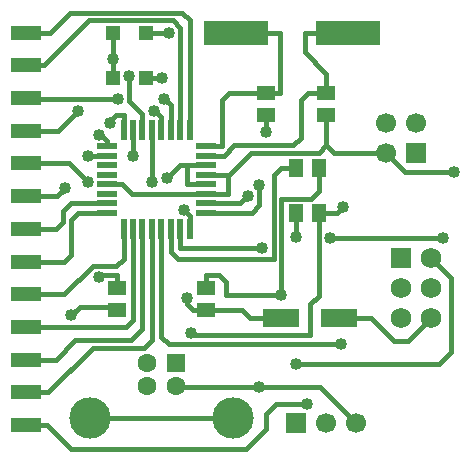
<source format=gbr>
G04 DipTrace 3.0.0.0*
G04 Top.gbr*
%MOMM*%
G04 #@! TF.FileFunction,Copper,L1,Top*
G04 #@! TF.Part,Single*
G04 #@! TA.AperFunction,Conductor*
%ADD13C,0.381*%
%ADD16R,1.7X0.5*%
%ADD17R,0.5X1.7*%
%ADD19R,3.15X1.6*%
%ADD20R,1.5X1.3*%
%ADD22R,1.2X1.2*%
G04 #@! TA.AperFunction,ComponentPad*
%ADD23R,1.6X1.6*%
%ADD24C,1.6*%
%ADD25C,3.5*%
%ADD26R,2.54X1.27*%
G04 #@! TA.AperFunction,ComponentPad*
%ADD27R,1.75X1.75*%
%ADD28C,1.75*%
%ADD29R,1.7X1.7*%
%ADD30C,1.7*%
%ADD31R,1.3X1.5*%
%ADD33R,5.5X2.0*%
G04 #@! TA.AperFunction,ViaPad*
%ADD34C,1.016*%
%FSLAX35Y35*%
G04*
G71*
G90*
G75*
G01*
G04 Top*
%LPD*%
X4048000Y1381000D2*
D13*
X3744093Y1684907D1*
X3226593D1*
X1938000Y3399000D2*
X2067450D1*
X2147450Y3319000D1*
X2778000D1*
X1635610Y2288300D2*
X1705457Y2358147D1*
X2021840D1*
Y2334257D1*
X4683000Y2270000D2*
X4487550Y2074550D1*
X4371560D1*
X4176110Y2270000D1*
X3903000D1*
X2778000Y3319000D2*
X2963407D1*
Y3471453D1*
X3158953Y3667000D1*
X3730500D1*
X3794000Y3730500D1*
X3857500Y3667000D1*
X4302000D1*
X2963407Y3471453D2*
Y3479000D1*
X2778000D1*
X1990000Y4302000D2*
Y4458760D1*
X3286000Y3843800D2*
Y3985000D1*
X3226593Y1684907D2*
X2524000D1*
Y1689000D1*
X4302000Y3667000D2*
X4463190Y3505810D1*
X4878450D1*
X3794000Y3730500D2*
Y3985000D1*
X1990000Y4458760D2*
Y4683000D1*
X1254000D2*
X1455207D1*
X1623157Y4850950D1*
X2574500D1*
X2638000Y4787450D1*
Y3859000D1*
X2558000D2*
Y4723950D1*
X2494500Y4787450D1*
X1787310D1*
X1406000Y4406140D1*
X1254000D1*
X2423060Y4122210D2*
X2478000Y4067270D1*
Y3859000D1*
X2030950Y4122210D2*
X1254000D1*
Y4129280D1*
X1692760Y4020200D2*
X1524980Y3852420D1*
X1254000D1*
X2333250Y4020200D2*
X2347200D1*
X2398000Y3969400D1*
Y3859000D1*
X1776800Y3414250D2*
X1615490Y3575560D1*
X1254000D1*
X2318000Y3414250D2*
Y3859000D1*
X2126200Y4312710D2*
Y4107850D1*
X2238000Y3996050D1*
Y3859000D1*
X1254000Y3298700D2*
X1518547D1*
X1581423Y3361577D1*
Y3369570D1*
X1254000Y3021840D2*
X1509330D1*
X1565760Y3078270D1*
Y3175500D1*
X1629260Y3239000D1*
X1938000D1*
X1254000Y2744980D2*
X1572830D1*
X1629260Y2801410D1*
Y3095500D1*
X1692760Y3159000D1*
X1938000D1*
X1254000Y2468120D2*
X1577440D1*
X1815160Y2705840D1*
X2014497D1*
X2078000Y2769343D1*
Y3019000D1*
X1254000Y2191260D2*
X2101570D1*
X2158000Y2247690D1*
Y3019000D1*
X3254250Y2857830D2*
X2558000D1*
Y3019000D1*
X3635250Y1542200D2*
X3366763D1*
X3281863Y1457300D1*
Y1323463D1*
X3118273Y1159873D1*
X1631407D1*
X1430600Y1360680D1*
X1254000D1*
X3129700Y3302330D2*
X3066370Y3239000D1*
X2778000D1*
X1254000Y1914400D2*
X1506047D1*
X1668597Y2076950D1*
X2137880D1*
X2238000Y2177070D1*
Y3019000D1*
X2158000Y3639000D2*
Y3859000D1*
X4783200Y2941700D2*
X3825250D1*
X1963070Y3915450D2*
Y3937650D1*
X2013870Y3988450D1*
X2078000D1*
Y3859000D1*
X1872040Y3820200D2*
X1887200D1*
X1938000Y3769400D1*
Y3719000D1*
X3540000Y3540000D2*
X3413000D1*
X3349500Y3476500D1*
Y2762580D1*
X2541500D1*
X2478000Y2826080D1*
Y3019000D1*
X1254000Y1637540D2*
X1439477D1*
X1815387Y2013450D1*
X2254500D1*
X2318000Y2076950D1*
Y3019000D1*
X3224950Y3392140D2*
Y3222500D1*
X3161450Y3159000D1*
X2778000D1*
X3001000Y1418000D2*
X1797000D1*
X2778000Y2524000D2*
Y2633450D1*
X2884750D1*
X2948250Y2569950D1*
Y2459000D1*
X3413000D1*
X2406200Y4302000D2*
X2270000D1*
X3413000Y2459000D2*
Y3278450D1*
X3666500D1*
X3730000Y3341950D1*
Y3540000D1*
X1870640Y2610590D2*
X1893760Y2633710D1*
X2021840D1*
Y2524257D1*
X3934700Y3207080D2*
X3886620Y3159000D1*
X3730000D1*
X2462750Y4683000D2*
X2270000D1*
X3730000Y3159000D2*
Y2451980D1*
X3659090Y2381070D1*
Y2124700D1*
X2648450D1*
Y2140450D1*
X2638000Y3019000D2*
Y3129700D1*
X2587500Y3180200D1*
X3540000Y2953080D2*
Y3159000D1*
X2445000Y3448500D2*
X2555500Y3559000D1*
X2611570D1*
Y3399000D1*
X2778000D1*
X3540000Y1879450D2*
X4751450D1*
X4854313Y1982313D1*
Y2606687D1*
X4683000Y2778000D1*
X2619250Y2435610D2*
Y2384800D1*
X2670050Y2334000D1*
X2778000D1*
X2611570Y3559000D2*
X2778000D1*
X1776800Y3639000D2*
X1938000D1*
X2778000Y2334000D2*
X3082120D1*
X3146120Y2270000D1*
X3413000D1*
X3032000Y4683000D2*
X3405450D1*
Y4175000D1*
X3286000D1*
X2970950D1*
X2907450Y4111500D1*
Y3719000D1*
X2778000D1*
X3982000Y4683000D2*
X3611070D1*
Y4518450D1*
X3794000Y4335520D1*
Y4175000D1*
X3643227D1*
X3579727Y4111500D1*
Y3794007D1*
X3516220Y3730500D1*
X3016700D1*
X2925200Y3639000D1*
X2778000D1*
X3920500Y2045200D2*
X2461500D1*
X2398000Y2108700D1*
Y3019000D1*
D34*
X4878450Y3505810D3*
X1635610Y2288300D3*
X3226593Y1684907D3*
X3286000Y3843800D3*
X1990000Y4458760D3*
X2423060Y4122210D3*
X2030950D3*
X2333250Y4020200D3*
X1692760D3*
X1776800Y3414250D3*
X2318000D3*
X2126200Y4312710D3*
X1581423Y3369570D3*
X3254250Y2857830D3*
X3635250Y1542200D3*
X3129700Y3302330D3*
X2158000Y3639000D3*
X3825250Y2941700D3*
X4783200D3*
X1963070Y3915450D3*
X1872040Y3820200D3*
X3224950Y3392140D3*
X3413000Y2459000D3*
X1870640Y2610590D3*
X2406200Y4302000D3*
X2648450Y2140450D3*
X3934700Y3207080D3*
X2462750Y4683000D3*
X2587500Y3180200D3*
X3540000Y2953080D3*
X2619250Y2435610D3*
X1776800Y3639000D3*
X2445000Y3448500D3*
X3540000Y1879450D3*
X3920500Y2045200D3*
D16*
X2778000Y3159000D3*
Y3239000D3*
Y3319000D3*
Y3399000D3*
Y3479000D3*
Y3559000D3*
Y3639000D3*
Y3719000D3*
D17*
X2638000Y3859000D3*
X2558000D3*
X2478000D3*
X2398000D3*
X2318000D3*
X2238000D3*
X2158000D3*
X2078000D3*
D16*
X1938000Y3719000D3*
Y3639000D3*
Y3559000D3*
Y3479000D3*
Y3399000D3*
Y3319000D3*
Y3239000D3*
Y3159000D3*
D17*
X2078000Y3019000D3*
X2158000D3*
X2238000D3*
X2318000D3*
X2398000D3*
X2478000D3*
X2558000D3*
X2638000D3*
D19*
X3413000Y2270000D3*
X3903000D3*
D20*
X3286000Y4175000D3*
Y3985000D3*
X3794000Y4175000D3*
Y3985000D3*
D22*
X2270000Y4683000D3*
X1990000D3*
X2270000Y4302000D3*
X1990000D3*
D23*
X2524000Y1889000D3*
D24*
X2274000D3*
Y1689000D3*
X2524000D3*
D25*
X1797000Y1418000D3*
X3001000D3*
D26*
X1254000Y4683000D3*
Y4406140D3*
Y4129280D3*
Y3852420D3*
Y3575560D3*
Y3298700D3*
Y3021840D3*
Y2744980D3*
Y2468120D3*
Y2191260D3*
Y1914400D3*
Y1637540D3*
Y1360680D3*
D27*
X4429000Y2778000D3*
D28*
Y2524000D3*
Y2270000D3*
X4683000D3*
Y2524000D3*
Y2778000D3*
D29*
X4556000Y3667000D3*
D30*
X4302000D3*
X4556000Y3921000D3*
X4302000D3*
D29*
X3540000Y1381000D3*
D30*
X3794000D3*
X4048000D3*
D31*
X3540000Y3540000D3*
X3730000D3*
X3540000Y3159000D3*
X3730000D3*
D20*
X2778000Y2524000D3*
Y2334000D3*
X2021840Y2334257D3*
Y2524257D3*
D33*
X3032000Y4683000D3*
X3982000D3*
M02*

</source>
